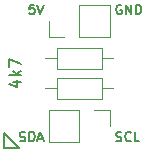
<source format=gbr>
%TF.GenerationSoftware,KiCad,Pcbnew,7.0.7*%
%TF.CreationDate,2023-10-29T00:46:50+02:00*%
%TF.ProjectId,DS1086_BRKO,44533130-3836-45f4-9252-4b4f2e6b6963,rev?*%
%TF.SameCoordinates,Original*%
%TF.FileFunction,Legend,Top*%
%TF.FilePolarity,Positive*%
%FSLAX46Y46*%
G04 Gerber Fmt 4.6, Leading zero omitted, Abs format (unit mm)*
G04 Created by KiCad (PCBNEW 7.0.7) date 2023-10-29 00:46:50*
%MOMM*%
%LPD*%
G01*
G04 APERTURE LIST*
%ADD10C,0.150000*%
%ADD11C,0.120000*%
G04 APERTURE END LIST*
D10*
X137795000Y-86995000D02*
X139065000Y-88265000D01*
X137795000Y-88265000D02*
X139065000Y-88265000D01*
X137795000Y-88265000D02*
X137795000Y-86995000D01*
X140312625Y-76079795D02*
X139931673Y-76079795D01*
X139931673Y-76079795D02*
X139893577Y-76460747D01*
X139893577Y-76460747D02*
X139931673Y-76422652D01*
X139931673Y-76422652D02*
X140007863Y-76384557D01*
X140007863Y-76384557D02*
X140198339Y-76384557D01*
X140198339Y-76384557D02*
X140274530Y-76422652D01*
X140274530Y-76422652D02*
X140312625Y-76460747D01*
X140312625Y-76460747D02*
X140350720Y-76536938D01*
X140350720Y-76536938D02*
X140350720Y-76727414D01*
X140350720Y-76727414D02*
X140312625Y-76803604D01*
X140312625Y-76803604D02*
X140274530Y-76841700D01*
X140274530Y-76841700D02*
X140198339Y-76879795D01*
X140198339Y-76879795D02*
X140007863Y-76879795D01*
X140007863Y-76879795D02*
X139931673Y-76841700D01*
X139931673Y-76841700D02*
X139893577Y-76803604D01*
X140579292Y-76079795D02*
X140845959Y-76879795D01*
X140845959Y-76879795D02*
X141112625Y-76079795D01*
X147253564Y-87636700D02*
X147367850Y-87674795D01*
X147367850Y-87674795D02*
X147558326Y-87674795D01*
X147558326Y-87674795D02*
X147634517Y-87636700D01*
X147634517Y-87636700D02*
X147672612Y-87598604D01*
X147672612Y-87598604D02*
X147710707Y-87522414D01*
X147710707Y-87522414D02*
X147710707Y-87446223D01*
X147710707Y-87446223D02*
X147672612Y-87370033D01*
X147672612Y-87370033D02*
X147634517Y-87331938D01*
X147634517Y-87331938D02*
X147558326Y-87293842D01*
X147558326Y-87293842D02*
X147405945Y-87255747D01*
X147405945Y-87255747D02*
X147329755Y-87217652D01*
X147329755Y-87217652D02*
X147291660Y-87179557D01*
X147291660Y-87179557D02*
X147253564Y-87103366D01*
X147253564Y-87103366D02*
X147253564Y-87027176D01*
X147253564Y-87027176D02*
X147291660Y-86950985D01*
X147291660Y-86950985D02*
X147329755Y-86912890D01*
X147329755Y-86912890D02*
X147405945Y-86874795D01*
X147405945Y-86874795D02*
X147596422Y-86874795D01*
X147596422Y-86874795D02*
X147710707Y-86912890D01*
X148510708Y-87598604D02*
X148472612Y-87636700D01*
X148472612Y-87636700D02*
X148358327Y-87674795D01*
X148358327Y-87674795D02*
X148282136Y-87674795D01*
X148282136Y-87674795D02*
X148167850Y-87636700D01*
X148167850Y-87636700D02*
X148091660Y-87560509D01*
X148091660Y-87560509D02*
X148053565Y-87484319D01*
X148053565Y-87484319D02*
X148015469Y-87331938D01*
X148015469Y-87331938D02*
X148015469Y-87217652D01*
X148015469Y-87217652D02*
X148053565Y-87065271D01*
X148053565Y-87065271D02*
X148091660Y-86989080D01*
X148091660Y-86989080D02*
X148167850Y-86912890D01*
X148167850Y-86912890D02*
X148282136Y-86874795D01*
X148282136Y-86874795D02*
X148358327Y-86874795D01*
X148358327Y-86874795D02*
X148472612Y-86912890D01*
X148472612Y-86912890D02*
X148510708Y-86950985D01*
X149234517Y-87674795D02*
X148853565Y-87674795D01*
X148853565Y-87674795D02*
X148853565Y-86874795D01*
X139093577Y-87636700D02*
X139207863Y-87674795D01*
X139207863Y-87674795D02*
X139398339Y-87674795D01*
X139398339Y-87674795D02*
X139474530Y-87636700D01*
X139474530Y-87636700D02*
X139512625Y-87598604D01*
X139512625Y-87598604D02*
X139550720Y-87522414D01*
X139550720Y-87522414D02*
X139550720Y-87446223D01*
X139550720Y-87446223D02*
X139512625Y-87370033D01*
X139512625Y-87370033D02*
X139474530Y-87331938D01*
X139474530Y-87331938D02*
X139398339Y-87293842D01*
X139398339Y-87293842D02*
X139245958Y-87255747D01*
X139245958Y-87255747D02*
X139169768Y-87217652D01*
X139169768Y-87217652D02*
X139131673Y-87179557D01*
X139131673Y-87179557D02*
X139093577Y-87103366D01*
X139093577Y-87103366D02*
X139093577Y-87027176D01*
X139093577Y-87027176D02*
X139131673Y-86950985D01*
X139131673Y-86950985D02*
X139169768Y-86912890D01*
X139169768Y-86912890D02*
X139245958Y-86874795D01*
X139245958Y-86874795D02*
X139436435Y-86874795D01*
X139436435Y-86874795D02*
X139550720Y-86912890D01*
X139893578Y-87674795D02*
X139893578Y-86874795D01*
X139893578Y-86874795D02*
X140084054Y-86874795D01*
X140084054Y-86874795D02*
X140198340Y-86912890D01*
X140198340Y-86912890D02*
X140274530Y-86989080D01*
X140274530Y-86989080D02*
X140312625Y-87065271D01*
X140312625Y-87065271D02*
X140350721Y-87217652D01*
X140350721Y-87217652D02*
X140350721Y-87331938D01*
X140350721Y-87331938D02*
X140312625Y-87484319D01*
X140312625Y-87484319D02*
X140274530Y-87560509D01*
X140274530Y-87560509D02*
X140198340Y-87636700D01*
X140198340Y-87636700D02*
X140084054Y-87674795D01*
X140084054Y-87674795D02*
X139893578Y-87674795D01*
X140655482Y-87446223D02*
X141036435Y-87446223D01*
X140579292Y-87674795D02*
X140845959Y-86874795D01*
X140845959Y-86874795D02*
X141112625Y-87674795D01*
X147710707Y-76117890D02*
X147634517Y-76079795D01*
X147634517Y-76079795D02*
X147520231Y-76079795D01*
X147520231Y-76079795D02*
X147405945Y-76117890D01*
X147405945Y-76117890D02*
X147329755Y-76194080D01*
X147329755Y-76194080D02*
X147291660Y-76270271D01*
X147291660Y-76270271D02*
X147253564Y-76422652D01*
X147253564Y-76422652D02*
X147253564Y-76536938D01*
X147253564Y-76536938D02*
X147291660Y-76689319D01*
X147291660Y-76689319D02*
X147329755Y-76765509D01*
X147329755Y-76765509D02*
X147405945Y-76841700D01*
X147405945Y-76841700D02*
X147520231Y-76879795D01*
X147520231Y-76879795D02*
X147596422Y-76879795D01*
X147596422Y-76879795D02*
X147710707Y-76841700D01*
X147710707Y-76841700D02*
X147748803Y-76803604D01*
X147748803Y-76803604D02*
X147748803Y-76536938D01*
X147748803Y-76536938D02*
X147596422Y-76536938D01*
X148091660Y-76879795D02*
X148091660Y-76079795D01*
X148091660Y-76079795D02*
X148548803Y-76879795D01*
X148548803Y-76879795D02*
X148548803Y-76079795D01*
X148929755Y-76879795D02*
X148929755Y-76079795D01*
X148929755Y-76079795D02*
X149120231Y-76079795D01*
X149120231Y-76079795D02*
X149234517Y-76117890D01*
X149234517Y-76117890D02*
X149310707Y-76194080D01*
X149310707Y-76194080D02*
X149348802Y-76270271D01*
X149348802Y-76270271D02*
X149386898Y-76422652D01*
X149386898Y-76422652D02*
X149386898Y-76536938D01*
X149386898Y-76536938D02*
X149348802Y-76689319D01*
X149348802Y-76689319D02*
X149310707Y-76765509D01*
X149310707Y-76765509D02*
X149234517Y-76841700D01*
X149234517Y-76841700D02*
X149120231Y-76879795D01*
X149120231Y-76879795D02*
X148929755Y-76879795D01*
X138535652Y-82605476D02*
X139202319Y-82605476D01*
X138154700Y-82843571D02*
X138868985Y-83081666D01*
X138868985Y-83081666D02*
X138868985Y-82462619D01*
X139202319Y-82081666D02*
X138202319Y-82081666D01*
X138821366Y-81986428D02*
X139202319Y-81700714D01*
X138535652Y-81700714D02*
X138916604Y-82081666D01*
X138202319Y-81367380D02*
X138202319Y-80700714D01*
X138202319Y-80700714D02*
X139202319Y-81129285D01*
D11*
%TO.C,J0*%
X146750000Y-85030000D02*
X146750000Y-86360000D01*
X145420000Y-85030000D02*
X146750000Y-85030000D01*
X144150000Y-85030000D02*
X141550000Y-85030000D01*
X144150000Y-85030000D02*
X144150000Y-87690000D01*
X141550000Y-85030000D02*
X141550000Y-87690000D01*
X144150000Y-87690000D02*
X141550000Y-87690000D01*
%TO.C,R1*%
X141275000Y-83185000D02*
X142225000Y-83185000D01*
X142225000Y-82265000D02*
X142225000Y-84105000D01*
X142225000Y-84105000D02*
X146065000Y-84105000D01*
X146065000Y-82265000D02*
X142225000Y-82265000D01*
X146065000Y-84105000D02*
X146065000Y-82265000D01*
X147015000Y-83185000D02*
X146065000Y-83185000D01*
%TO.C,J1*%
X141540000Y-78800000D02*
X141540000Y-77470000D01*
X142870000Y-78800000D02*
X141540000Y-78800000D01*
X144140000Y-78800000D02*
X146740000Y-78800000D01*
X144140000Y-78800000D02*
X144140000Y-76140000D01*
X146740000Y-78800000D02*
X146740000Y-76140000D01*
X144140000Y-76140000D02*
X146740000Y-76140000D01*
%TO.C,R0*%
X141275000Y-80645000D02*
X142225000Y-80645000D01*
X142225000Y-79725000D02*
X142225000Y-81565000D01*
X142225000Y-81565000D02*
X146065000Y-81565000D01*
X146065000Y-79725000D02*
X142225000Y-79725000D01*
X146065000Y-81565000D02*
X146065000Y-79725000D01*
X147015000Y-80645000D02*
X146065000Y-80645000D01*
%TD*%
M02*

</source>
